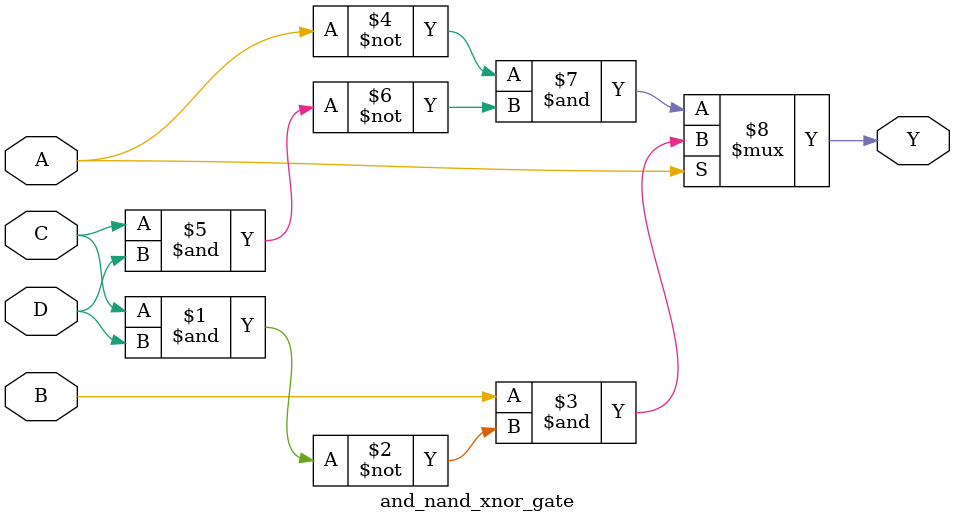
<source format=sv>
module and_nand_xnor_gate (
    input wire A, B, C, D,   // 输入A, B, C, D
    output wire Y            // 输出Y
);
    // 简化原表达式: (A & B) & ~(C & D) ~^ A
    assign Y = A ? (B & ~(C & D)) : (~A & ~(C & D));
endmodule
</source>
